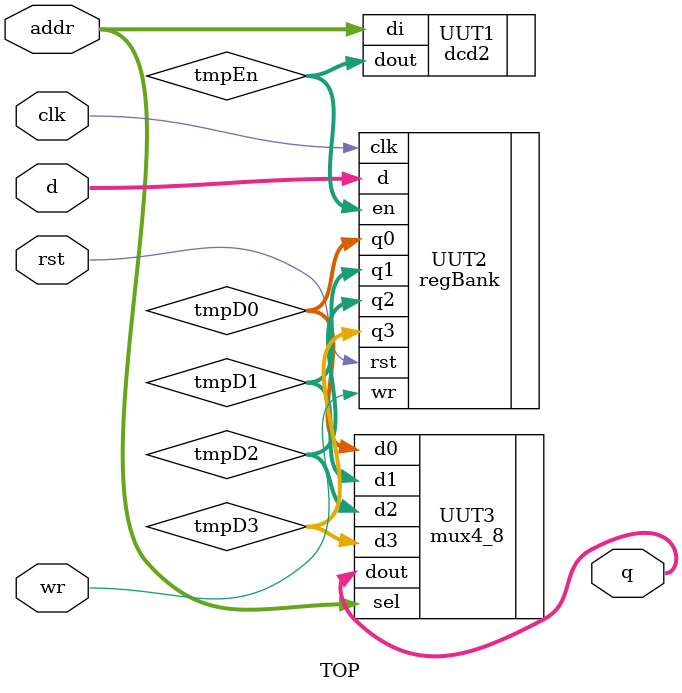
<source format=v>
`timescale 1ns / 1ps


module TOP(
    input clk, rst, wr,
    input [7:0] d,
    input [1:0] addr,
    output [7:0] q
    );
    wire [3:0] tmpEn;
    wire [7:0] tmpD3, tmpD2, tmpD1, tmpD0;
    
    dcd2  UUT1 (.di(addr),
                .dout(tmpEn)
                );
                            
    regBank UUT2 (.en(tmpEn),
                  .clk(clk),
                  .rst(rst),
                  .wr(wr),
                  .d(d),
                  .q3(tmpD3),
                  .q2(tmpD2),
                  .q1(tmpD1),
                  .q0(tmpD0)
                  );
                  
     mux4_8 UUT3 (.sel(addr),
                  .d3(tmpD3),
                  .d2(tmpD2),
                  .d1(tmpD1),
                  .d0(tmpD0),
                  .dout(q)
                  );                 
endmodule

</source>
